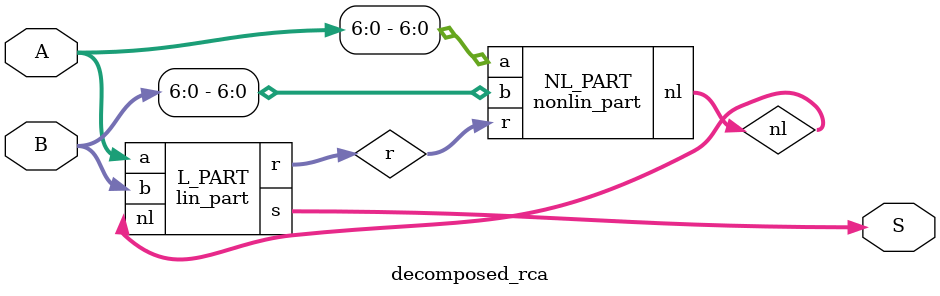
<source format=v>


module nonlin_part ( a, b, r, nl );
  input [6:0] a;
  input [6:0] b;
  input [4:0] r;
  output [18:0] nl;


  AN2D0 U1 ( .A1(r[1]), .A2(b[3]), .Z(nl[9]) );
  AN2D0 U2 ( .A1(a[3]), .A2(r[1]), .Z(nl[8]) );
  AN2D0 U3 ( .A1(a[3]), .A2(b[3]), .Z(nl[7]) );
  AN2D0 U4 ( .A1(r[0]), .A2(b[2]), .Z(nl[6]) );
  AN2D0 U5 ( .A1(a[2]), .A2(r[0]), .Z(nl[5]) );
  AN2D0 U6 ( .A1(a[2]), .A2(b[2]), .Z(nl[4]) );
  AN2D0 U7 ( .A1(b[1]), .A2(nl[0]), .Z(nl[3]) );
  AN2D0 U8 ( .A1(a[1]), .A2(nl[0]), .Z(nl[2]) );
  AN2D0 U9 ( .A1(a[1]), .A2(b[1]), .Z(nl[1]) );
  AN2D0 U10 ( .A1(r[4]), .A2(b[6]), .Z(nl[18]) );
  AN2D0 U11 ( .A1(a[6]), .A2(r[4]), .Z(nl[17]) );
  AN2D0 U12 ( .A1(a[6]), .A2(b[6]), .Z(nl[16]) );
  AN2D0 U13 ( .A1(r[3]), .A2(b[5]), .Z(nl[15]) );
  AN2D0 U14 ( .A1(a[5]), .A2(r[3]), .Z(nl[14]) );
  AN2D0 U15 ( .A1(a[5]), .A2(b[5]), .Z(nl[13]) );
  AN2D0 U16 ( .A1(r[2]), .A2(b[4]), .Z(nl[12]) );
  AN2D0 U17 ( .A1(a[4]), .A2(r[2]), .Z(nl[11]) );
  AN2D0 U18 ( .A1(a[4]), .A2(b[4]), .Z(nl[10]) );
  AN2D0 U19 ( .A1(b[0]), .A2(a[0]), .Z(nl[0]) );
endmodule


module lin_part ( a, b, nl, s, r );
  input [7:0] a;
  input [7:0] b;
  input [18:0] nl;
  output [7:0] s;
  output [4:0] r;
  wire   n1;

  XOR3D0 U1 ( .A1(b[7]), .A2(a[7]), .A3(n1), .Z(s[7]) );
  XOR3D0 U2 ( .A1(nl[18]), .A2(nl[17]), .A3(nl[16]), .Z(n1) );
  XOR3D0 U3 ( .A1(b[6]), .A2(a[6]), .A3(r[4]), .Z(s[6]) );
  XOR3D0 U4 ( .A1(b[5]), .A2(a[5]), .A3(r[3]), .Z(s[5]) );
  XOR3D0 U5 ( .A1(b[4]), .A2(a[4]), .A3(r[2]), .Z(s[4]) );
  XOR3D0 U6 ( .A1(b[3]), .A2(a[3]), .A3(r[1]), .Z(s[3]) );
  XOR3D0 U7 ( .A1(b[2]), .A2(a[2]), .A3(r[0]), .Z(s[2]) );
  XOR3D0 U8 ( .A1(nl[0]), .A2(b[1]), .A3(a[1]), .Z(s[1]) );
  XOR2D0 U9 ( .A1(b[0]), .A2(a[0]), .Z(s[0]) );
  XOR3D0 U10 ( .A1(nl[15]), .A2(nl[14]), .A3(nl[13]), .Z(r[4]) );
  XOR3D0 U11 ( .A1(nl[12]), .A2(nl[11]), .A3(nl[10]), .Z(r[3]) );
  XOR3D0 U12 ( .A1(nl[9]), .A2(nl[8]), .A3(nl[7]), .Z(r[2]) );
  XOR3D0 U13 ( .A1(nl[6]), .A2(nl[5]), .A3(nl[4]), .Z(r[1]) );
  XOR3D0 U14 ( .A1(nl[3]), .A2(nl[2]), .A3(nl[1]), .Z(r[0]) );
endmodule


module decomposed_rca ( A, B, S );
  input [7:0] A;
  input [7:0] B;
  output [7:0] S;

  wire   [4:0] r;
  wire   [18:0] nl;

  nonlin_part NL_PART ( .a(A[6:0]), .b(B[6:0]), .r(r), .nl(nl) );
  lin_part L_PART ( .a(A), .b(B), .nl(nl), .s(S), .r(r) );
endmodule


</source>
